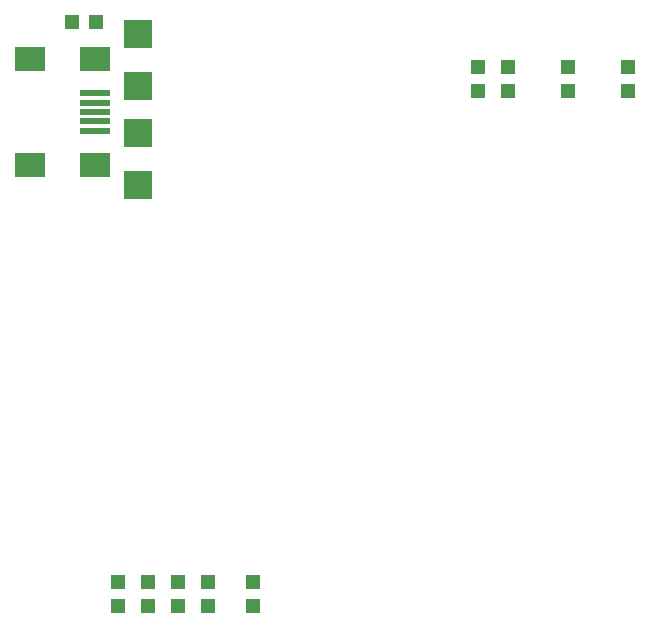
<source format=gtp>
G75*
G70*
%OFA0B0*%
%FSLAX24Y24*%
%IPPOS*%
%LPD*%
%AMOC8*
5,1,8,0,0,1.08239X$1,22.5*
%
%ADD10R,0.0500X0.0500*%
%ADD11R,0.0984X0.0197*%
%ADD12R,0.0984X0.0787*%
%ADD13R,0.0945X0.0945*%
D10*
X004222Y001304D03*
X004222Y002104D03*
X005222Y002104D03*
X005222Y001304D03*
X006222Y001304D03*
X006222Y002104D03*
X007222Y002104D03*
X007222Y001304D03*
X008722Y001304D03*
X008722Y002104D03*
X016222Y018454D03*
X016222Y019254D03*
X017222Y019254D03*
X017222Y018454D03*
X019222Y018454D03*
X019222Y019254D03*
X021222Y019254D03*
X021222Y018454D03*
X003472Y020754D03*
X002672Y020754D03*
D11*
X003456Y018384D03*
X003456Y018069D03*
X003456Y017754D03*
X003456Y017439D03*
X003456Y017124D03*
D12*
X003456Y015983D03*
X001291Y015983D03*
X001291Y019526D03*
X003456Y019526D03*
D13*
X004872Y020370D03*
X004872Y018638D03*
X004872Y017070D03*
X004872Y015338D03*
M02*

</source>
